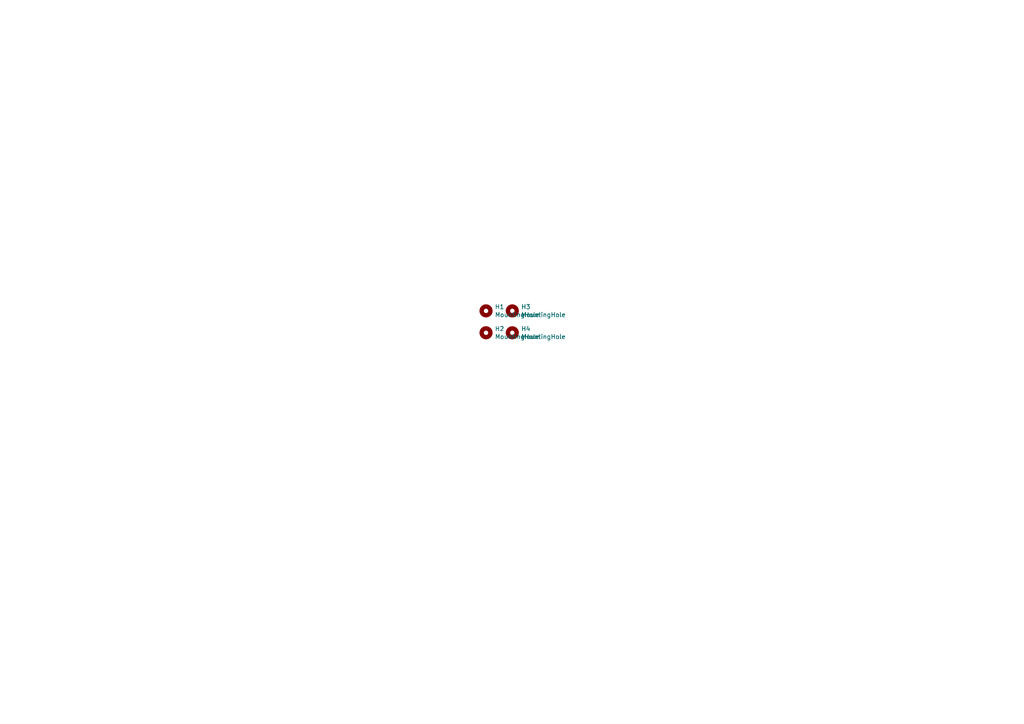
<source format=kicad_sch>
(kicad_sch (version 20211123) (generator eeschema)
  (paper "A4")
  (lib_symbols
    (symbol "Mechanical:MountingHole" (pin_names (offset 1.016))
      (property "Reference" "H" (at 0 5.08 0))
      (property "Value" "MountingHole" (at 0 3.175 0))
      (symbol "MountingHole_0_1"
        (circle (center 0 0) (radius 1.27) (stroke (width 1.27)))
      )
    )
  )
  (symbol (lib_id "Mechanical:MountingHole") (at 140.97 90.17 0) (unit 1)
    (property "Reference" "H1" (at 143.51 89.0016 0) (effects (justify left)))
    (property "Value" "MountingHole" (at 143.51 91.313 0) (effects (justify left)))
    (property "Footprint" "MountingHole:MountingHole_3.2mm_M3" (effects hide))
  )
  (symbol (lib_id "Mechanical:MountingHole") (at 148.59 90.17 0) (unit 1)
    (property "Reference" "H3" (at 151.13 89.0016 0) (effects (justify left)))
    (property "Value" "MountingHole" (at 151.13 91.313 0) (effects (justify left)))
    (property "Footprint" "MountingHole:MountingHole_3.2mm_M3" (effects hide))
  )
  (symbol (lib_id "Mechanical:MountingHole") (at 148.59 96.52 0) (unit 1)
    (property "Reference" "H4" (at 151.13 95.3516 0) (effects (justify left)))
    (property "Value" "MountingHole" (at 151.13 97.663 0) (effects (justify left)))
    (property "Footprint" "MountingHole:MountingHole_3.2mm_M3" (effects hide))
  )
  (symbol (lib_id "Mechanical:MountingHole") (at 140.97 96.52 0) (unit 1)
    (property "Reference" "H2" (at 143.51 95.3516 0) (effects (justify left)))
    (property "Value" "MountingHole" (at 143.51 97.663 0) (effects (justify left)))
    (property "Footprint" "MountingHole:MountingHole_3.2mm_M3" (effects hide))
  )
)
</source>
